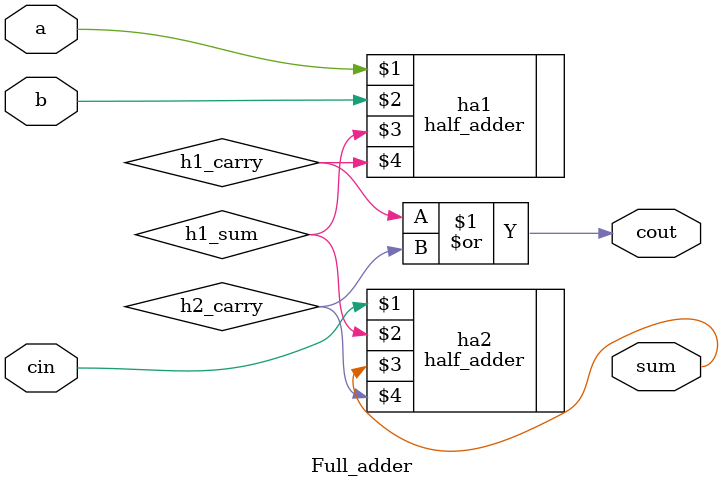
<source format=v>
module Full_adder(
                    input a,
                    input b,
                    input cin,
                    output sum,
                    output cout
                 );
             
    wire h1_sum, h1_carry, h2_carry;
             
    half_adder ha1(a, b, h1_sum, h1_carry);
    half_adder ha2(cin, h1_sum, sum, h2_carry);
    
    or (cout, h1_carry, h2_carry);
                                  
endmodule
                 
</source>
